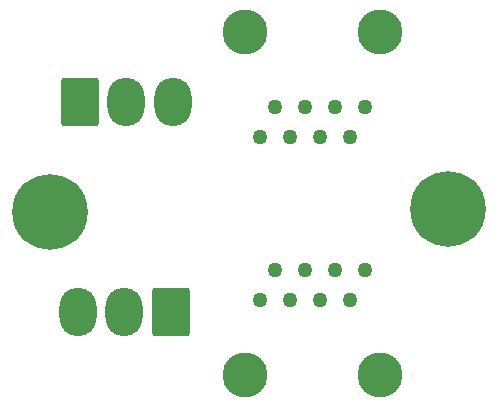
<source format=gbr>
%TF.GenerationSoftware,KiCad,Pcbnew,9.0.0*%
%TF.CreationDate,2025-04-07T00:56:54-07:00*%
%TF.ProjectId,Motor_quick_connect,4d6f746f-725f-4717-9569-636b5f636f6e,rev?*%
%TF.SameCoordinates,Original*%
%TF.FileFunction,Soldermask,Top*%
%TF.FilePolarity,Negative*%
%FSLAX46Y46*%
G04 Gerber Fmt 4.6, Leading zero omitted, Abs format (unit mm)*
G04 Created by KiCad (PCBNEW 9.0.0) date 2025-04-07 00:56:54*
%MOMM*%
%LPD*%
G01*
G04 APERTURE LIST*
G04 Aperture macros list*
%AMRoundRect*
0 Rectangle with rounded corners*
0 $1 Rounding radius*
0 $2 $3 $4 $5 $6 $7 $8 $9 X,Y pos of 4 corners*
0 Add a 4 corners polygon primitive as box body*
4,1,4,$2,$3,$4,$5,$6,$7,$8,$9,$2,$3,0*
0 Add four circle primitives for the rounded corners*
1,1,$1+$1,$2,$3*
1,1,$1+$1,$4,$5*
1,1,$1+$1,$6,$7*
1,1,$1+$1,$8,$9*
0 Add four rect primitives between the rounded corners*
20,1,$1+$1,$2,$3,$4,$5,0*
20,1,$1+$1,$4,$5,$6,$7,0*
20,1,$1+$1,$6,$7,$8,$9,0*
20,1,$1+$1,$8,$9,$2,$3,0*%
G04 Aperture macros list end*
%ADD10C,3.600000*%
%ADD11C,6.400000*%
%ADD12RoundRect,0.250000X-1.330000X-1.800000X1.330000X-1.800000X1.330000X1.800000X-1.330000X1.800000X0*%
%ADD13O,3.160000X4.100000*%
%ADD14C,1.270000*%
%ADD15C,3.810000*%
%ADD16RoundRect,0.250000X1.330000X1.800000X-1.330000X1.800000X-1.330000X-1.800000X1.330000X-1.800000X0*%
G04 APERTURE END LIST*
D10*
%TO.C,H2*%
X75750000Y-57750000D03*
D11*
X75750000Y-57750000D03*
%TD*%
D12*
%TO.C,J3*%
X44530000Y-48675000D03*
D13*
X48490000Y-48675000D03*
X52450000Y-48675000D03*
%TD*%
D14*
%TO.C,J4*%
X59837700Y-65461300D03*
X61107700Y-62921300D03*
X62377700Y-65461300D03*
X63647700Y-62921300D03*
X64917700Y-65461300D03*
X66187700Y-62921300D03*
X67457700Y-65461300D03*
X68727700Y-62921300D03*
D15*
X58567700Y-71811300D03*
X69997700Y-71811300D03*
%TD*%
D16*
%TO.C,J11*%
X52280000Y-66500000D03*
D13*
X48320000Y-66500000D03*
X44360000Y-66500000D03*
%TD*%
D10*
%TO.C,H1*%
X42000000Y-58000000D03*
D11*
X42000000Y-58000000D03*
%TD*%
D14*
%TO.C,J6*%
X68730000Y-49100000D03*
X67460000Y-51640000D03*
X66190000Y-49100000D03*
X64920000Y-51640000D03*
X63650000Y-49100000D03*
X62380000Y-51640000D03*
X61110000Y-49100000D03*
X59840000Y-51640000D03*
D15*
X70000000Y-42750000D03*
X58570000Y-42750000D03*
%TD*%
M02*

</source>
